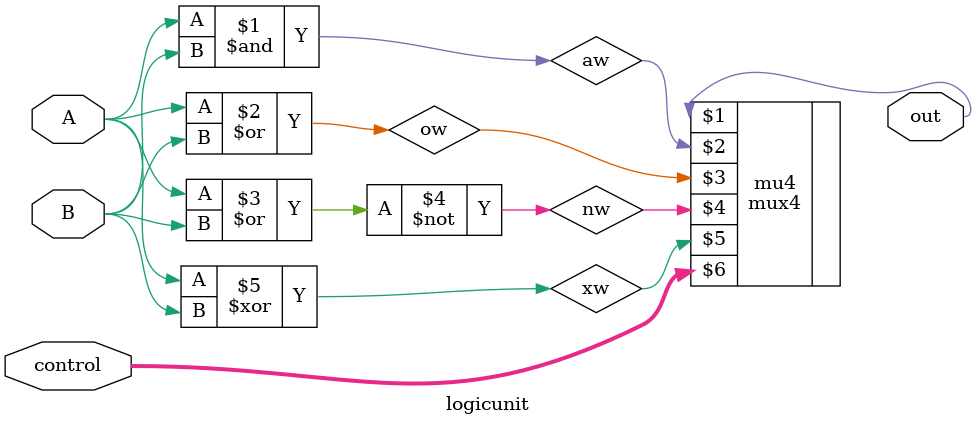
<source format=v>
module logicunit(out, A, B, control);
    output      out;
    input       A, B;
    input [1:0] control;
	wire aw, ow,nw,xw;
	and a1(aw,A,B);
	or o1(ow,A,B);
	nor no1(nw,A,B);
	xor xo1(xw,A,B);
	
	mux4 mu4(out,aw,ow,nw,xw,control);	
	
endmodule // logicunit

</source>
